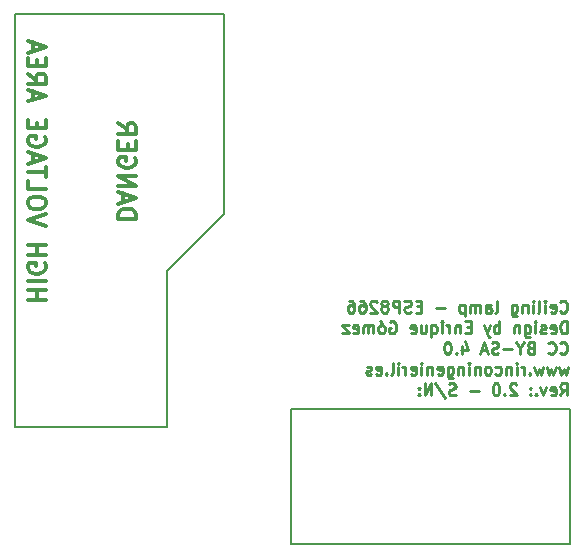
<source format=gbo>
G04 #@! TF.GenerationSoftware,KiCad,Pcbnew,5.0.2-bee76a0~70~ubuntu18.04.1*
G04 #@! TF.CreationDate,2019-08-21T20:27:36+02:00*
G04 #@! TF.ProjectId,Ceiling lamp,4365696c-696e-4672-906c-616d702e6b69,rev?*
G04 #@! TF.SameCoordinates,Original*
G04 #@! TF.FileFunction,Legend,Bot*
G04 #@! TF.FilePolarity,Positive*
%FSLAX46Y46*%
G04 Gerber Fmt 4.6, Leading zero omitted, Abs format (unit mm)*
G04 Created by KiCad (PCBNEW 5.0.2-bee76a0~70~ubuntu18.04.1) date mié 21 ago 2019 20:27:36 CEST*
%MOMM*%
%LPD*%
G01*
G04 APERTURE LIST*
%ADD10C,0.200000*%
%ADD11C,0.300000*%
%ADD12C,0.250000*%
G04 APERTURE END LIST*
D10*
X82677000Y-83185000D02*
X82677000Y-69977000D01*
X116840000Y-93091000D02*
X116840000Y-81661000D01*
X93218000Y-93091000D02*
X116840000Y-93091000D01*
X93218000Y-81661000D02*
X93218000Y-93091000D01*
X116840000Y-81661000D02*
X93218000Y-81661000D01*
X69850000Y-83185000D02*
X69850000Y-48260000D01*
X82677000Y-83185000D02*
X69850000Y-83185000D01*
X87503000Y-65151000D02*
X82677000Y-69977000D01*
X87503000Y-48260000D02*
X87503000Y-65151000D01*
X69850000Y-48260000D02*
X87503000Y-48260000D01*
D11*
X78584428Y-65595000D02*
X80084428Y-65595000D01*
X80084428Y-65237857D01*
X80013000Y-65023571D01*
X79870142Y-64880714D01*
X79727285Y-64809285D01*
X79441571Y-64737857D01*
X79227285Y-64737857D01*
X78941571Y-64809285D01*
X78798714Y-64880714D01*
X78655857Y-65023571D01*
X78584428Y-65237857D01*
X78584428Y-65595000D01*
X79013000Y-64166428D02*
X79013000Y-63452142D01*
X78584428Y-64309285D02*
X80084428Y-63809285D01*
X78584428Y-63309285D01*
X78584428Y-62809285D02*
X80084428Y-62809285D01*
X78584428Y-61952142D01*
X80084428Y-61952142D01*
X80013000Y-60452142D02*
X80084428Y-60595000D01*
X80084428Y-60809285D01*
X80013000Y-61023571D01*
X79870142Y-61166428D01*
X79727285Y-61237857D01*
X79441571Y-61309285D01*
X79227285Y-61309285D01*
X78941571Y-61237857D01*
X78798714Y-61166428D01*
X78655857Y-61023571D01*
X78584428Y-60809285D01*
X78584428Y-60666428D01*
X78655857Y-60452142D01*
X78727285Y-60380714D01*
X79227285Y-60380714D01*
X79227285Y-60666428D01*
X79370142Y-59737857D02*
X79370142Y-59237857D01*
X78584428Y-59023571D02*
X78584428Y-59737857D01*
X80084428Y-59737857D01*
X80084428Y-59023571D01*
X78584428Y-57523571D02*
X79298714Y-58023571D01*
X78584428Y-58380714D02*
X80084428Y-58380714D01*
X80084428Y-57809285D01*
X80013000Y-57666428D01*
X79941571Y-57595000D01*
X79798714Y-57523571D01*
X79584428Y-57523571D01*
X79441571Y-57595000D01*
X79370142Y-57666428D01*
X79298714Y-57809285D01*
X79298714Y-58380714D01*
X70934428Y-72452142D02*
X72434428Y-72452142D01*
X71720142Y-72452142D02*
X71720142Y-71595000D01*
X70934428Y-71595000D02*
X72434428Y-71595000D01*
X70934428Y-70880714D02*
X72434428Y-70880714D01*
X72363000Y-69380714D02*
X72434428Y-69523571D01*
X72434428Y-69737857D01*
X72363000Y-69952142D01*
X72220142Y-70095000D01*
X72077285Y-70166428D01*
X71791571Y-70237857D01*
X71577285Y-70237857D01*
X71291571Y-70166428D01*
X71148714Y-70095000D01*
X71005857Y-69952142D01*
X70934428Y-69737857D01*
X70934428Y-69595000D01*
X71005857Y-69380714D01*
X71077285Y-69309285D01*
X71577285Y-69309285D01*
X71577285Y-69595000D01*
X70934428Y-68666428D02*
X72434428Y-68666428D01*
X71720142Y-68666428D02*
X71720142Y-67809285D01*
X70934428Y-67809285D02*
X72434428Y-67809285D01*
X72434428Y-66166428D02*
X70934428Y-65666428D01*
X72434428Y-65166428D01*
X72434428Y-64380714D02*
X72434428Y-64095000D01*
X72363000Y-63952142D01*
X72220142Y-63809285D01*
X71934428Y-63737857D01*
X71434428Y-63737857D01*
X71148714Y-63809285D01*
X71005857Y-63952142D01*
X70934428Y-64095000D01*
X70934428Y-64380714D01*
X71005857Y-64523571D01*
X71148714Y-64666428D01*
X71434428Y-64737857D01*
X71934428Y-64737857D01*
X72220142Y-64666428D01*
X72363000Y-64523571D01*
X72434428Y-64380714D01*
X70934428Y-62380714D02*
X70934428Y-63095000D01*
X72434428Y-63095000D01*
X72434428Y-62095000D02*
X72434428Y-61237857D01*
X70934428Y-61666428D02*
X72434428Y-61666428D01*
X71363000Y-60809285D02*
X71363000Y-60095000D01*
X70934428Y-60952142D02*
X72434428Y-60452142D01*
X70934428Y-59952142D01*
X72363000Y-58666428D02*
X72434428Y-58809285D01*
X72434428Y-59023571D01*
X72363000Y-59237857D01*
X72220142Y-59380714D01*
X72077285Y-59452142D01*
X71791571Y-59523571D01*
X71577285Y-59523571D01*
X71291571Y-59452142D01*
X71148714Y-59380714D01*
X71005857Y-59237857D01*
X70934428Y-59023571D01*
X70934428Y-58880714D01*
X71005857Y-58666428D01*
X71077285Y-58595000D01*
X71577285Y-58595000D01*
X71577285Y-58880714D01*
X71720142Y-57952142D02*
X71720142Y-57452142D01*
X70934428Y-57237857D02*
X70934428Y-57952142D01*
X72434428Y-57952142D01*
X72434428Y-57237857D01*
X71363000Y-55523571D02*
X71363000Y-54809285D01*
X70934428Y-55666428D02*
X72434428Y-55166428D01*
X70934428Y-54666428D01*
X70934428Y-53309285D02*
X71648714Y-53809285D01*
X70934428Y-54166428D02*
X72434428Y-54166428D01*
X72434428Y-53595000D01*
X72363000Y-53452142D01*
X72291571Y-53380714D01*
X72148714Y-53309285D01*
X71934428Y-53309285D01*
X71791571Y-53380714D01*
X71720142Y-53452142D01*
X71648714Y-53595000D01*
X71648714Y-54166428D01*
X71720142Y-52666428D02*
X71720142Y-52166428D01*
X70934428Y-51952142D02*
X70934428Y-52666428D01*
X72434428Y-52666428D01*
X72434428Y-51952142D01*
X71363000Y-51380714D02*
X71363000Y-50666428D01*
X70934428Y-51523571D02*
X72434428Y-51023571D01*
X70934428Y-50523571D01*
D12*
X115994976Y-73438142D02*
X116042595Y-73485761D01*
X116185452Y-73533380D01*
X116280690Y-73533380D01*
X116423547Y-73485761D01*
X116518785Y-73390523D01*
X116566404Y-73295285D01*
X116614023Y-73104809D01*
X116614023Y-72961952D01*
X116566404Y-72771476D01*
X116518785Y-72676238D01*
X116423547Y-72581000D01*
X116280690Y-72533380D01*
X116185452Y-72533380D01*
X116042595Y-72581000D01*
X115994976Y-72628619D01*
X115185452Y-73485761D02*
X115280690Y-73533380D01*
X115471166Y-73533380D01*
X115566404Y-73485761D01*
X115614023Y-73390523D01*
X115614023Y-73009571D01*
X115566404Y-72914333D01*
X115471166Y-72866714D01*
X115280690Y-72866714D01*
X115185452Y-72914333D01*
X115137833Y-73009571D01*
X115137833Y-73104809D01*
X115614023Y-73200047D01*
X114709261Y-73533380D02*
X114709261Y-72866714D01*
X114709261Y-72533380D02*
X114756880Y-72581000D01*
X114709261Y-72628619D01*
X114661642Y-72581000D01*
X114709261Y-72533380D01*
X114709261Y-72628619D01*
X114090214Y-73533380D02*
X114185452Y-73485761D01*
X114233071Y-73390523D01*
X114233071Y-72533380D01*
X113709261Y-73533380D02*
X113709261Y-72866714D01*
X113709261Y-72533380D02*
X113756880Y-72581000D01*
X113709261Y-72628619D01*
X113661642Y-72581000D01*
X113709261Y-72533380D01*
X113709261Y-72628619D01*
X113233071Y-72866714D02*
X113233071Y-73533380D01*
X113233071Y-72961952D02*
X113185452Y-72914333D01*
X113090214Y-72866714D01*
X112947357Y-72866714D01*
X112852119Y-72914333D01*
X112804500Y-73009571D01*
X112804500Y-73533380D01*
X111899738Y-72866714D02*
X111899738Y-73676238D01*
X111947357Y-73771476D01*
X111994976Y-73819095D01*
X112090214Y-73866714D01*
X112233071Y-73866714D01*
X112328309Y-73819095D01*
X111899738Y-73485761D02*
X111994976Y-73533380D01*
X112185452Y-73533380D01*
X112280690Y-73485761D01*
X112328309Y-73438142D01*
X112375928Y-73342904D01*
X112375928Y-73057190D01*
X112328309Y-72961952D01*
X112280690Y-72914333D01*
X112185452Y-72866714D01*
X111994976Y-72866714D01*
X111899738Y-72914333D01*
X110518785Y-73533380D02*
X110614023Y-73485761D01*
X110661642Y-73390523D01*
X110661642Y-72533380D01*
X109709261Y-73533380D02*
X109709261Y-73009571D01*
X109756880Y-72914333D01*
X109852119Y-72866714D01*
X110042595Y-72866714D01*
X110137833Y-72914333D01*
X109709261Y-73485761D02*
X109804500Y-73533380D01*
X110042595Y-73533380D01*
X110137833Y-73485761D01*
X110185452Y-73390523D01*
X110185452Y-73295285D01*
X110137833Y-73200047D01*
X110042595Y-73152428D01*
X109804500Y-73152428D01*
X109709261Y-73104809D01*
X109233071Y-73533380D02*
X109233071Y-72866714D01*
X109233071Y-72961952D02*
X109185452Y-72914333D01*
X109090214Y-72866714D01*
X108947357Y-72866714D01*
X108852119Y-72914333D01*
X108804500Y-73009571D01*
X108804500Y-73533380D01*
X108804500Y-73009571D02*
X108756880Y-72914333D01*
X108661642Y-72866714D01*
X108518785Y-72866714D01*
X108423547Y-72914333D01*
X108375928Y-73009571D01*
X108375928Y-73533380D01*
X107899738Y-72866714D02*
X107899738Y-73866714D01*
X107899738Y-72914333D02*
X107804500Y-72866714D01*
X107614023Y-72866714D01*
X107518785Y-72914333D01*
X107471166Y-72961952D01*
X107423547Y-73057190D01*
X107423547Y-73342904D01*
X107471166Y-73438142D01*
X107518785Y-73485761D01*
X107614023Y-73533380D01*
X107804500Y-73533380D01*
X107899738Y-73485761D01*
X106233071Y-73152428D02*
X105471166Y-73152428D01*
X104233071Y-73009571D02*
X103899738Y-73009571D01*
X103756880Y-73533380D02*
X104233071Y-73533380D01*
X104233071Y-72533380D01*
X103756880Y-72533380D01*
X103375928Y-73485761D02*
X103233071Y-73533380D01*
X102994976Y-73533380D01*
X102899738Y-73485761D01*
X102852119Y-73438142D01*
X102804500Y-73342904D01*
X102804500Y-73247666D01*
X102852119Y-73152428D01*
X102899738Y-73104809D01*
X102994976Y-73057190D01*
X103185452Y-73009571D01*
X103280690Y-72961952D01*
X103328309Y-72914333D01*
X103375928Y-72819095D01*
X103375928Y-72723857D01*
X103328309Y-72628619D01*
X103280690Y-72581000D01*
X103185452Y-72533380D01*
X102947357Y-72533380D01*
X102804500Y-72581000D01*
X102375928Y-73533380D02*
X102375928Y-72533380D01*
X101994976Y-72533380D01*
X101899738Y-72581000D01*
X101852119Y-72628619D01*
X101804500Y-72723857D01*
X101804500Y-72866714D01*
X101852119Y-72961952D01*
X101899738Y-73009571D01*
X101994976Y-73057190D01*
X102375928Y-73057190D01*
X101233071Y-72961952D02*
X101328309Y-72914333D01*
X101375928Y-72866714D01*
X101423547Y-72771476D01*
X101423547Y-72723857D01*
X101375928Y-72628619D01*
X101328309Y-72581000D01*
X101233071Y-72533380D01*
X101042595Y-72533380D01*
X100947357Y-72581000D01*
X100899738Y-72628619D01*
X100852119Y-72723857D01*
X100852119Y-72771476D01*
X100899738Y-72866714D01*
X100947357Y-72914333D01*
X101042595Y-72961952D01*
X101233071Y-72961952D01*
X101328309Y-73009571D01*
X101375928Y-73057190D01*
X101423547Y-73152428D01*
X101423547Y-73342904D01*
X101375928Y-73438142D01*
X101328309Y-73485761D01*
X101233071Y-73533380D01*
X101042595Y-73533380D01*
X100947357Y-73485761D01*
X100899738Y-73438142D01*
X100852119Y-73342904D01*
X100852119Y-73152428D01*
X100899738Y-73057190D01*
X100947357Y-73009571D01*
X101042595Y-72961952D01*
X100471166Y-72628619D02*
X100423547Y-72581000D01*
X100328309Y-72533380D01*
X100090214Y-72533380D01*
X99994976Y-72581000D01*
X99947357Y-72628619D01*
X99899738Y-72723857D01*
X99899738Y-72819095D01*
X99947357Y-72961952D01*
X100518785Y-73533380D01*
X99899738Y-73533380D01*
X99042595Y-72533380D02*
X99233071Y-72533380D01*
X99328309Y-72581000D01*
X99375928Y-72628619D01*
X99471166Y-72771476D01*
X99518785Y-72961952D01*
X99518785Y-73342904D01*
X99471166Y-73438142D01*
X99423547Y-73485761D01*
X99328309Y-73533380D01*
X99137833Y-73533380D01*
X99042595Y-73485761D01*
X98994976Y-73438142D01*
X98947357Y-73342904D01*
X98947357Y-73104809D01*
X98994976Y-73009571D01*
X99042595Y-72961952D01*
X99137833Y-72914333D01*
X99328309Y-72914333D01*
X99423547Y-72961952D01*
X99471166Y-73009571D01*
X99518785Y-73104809D01*
X98090214Y-72533380D02*
X98280690Y-72533380D01*
X98375928Y-72581000D01*
X98423547Y-72628619D01*
X98518785Y-72771476D01*
X98566404Y-72961952D01*
X98566404Y-73342904D01*
X98518785Y-73438142D01*
X98471166Y-73485761D01*
X98375928Y-73533380D01*
X98185452Y-73533380D01*
X98090214Y-73485761D01*
X98042595Y-73438142D01*
X97994976Y-73342904D01*
X97994976Y-73104809D01*
X98042595Y-73009571D01*
X98090214Y-72961952D01*
X98185452Y-72914333D01*
X98375928Y-72914333D01*
X98471166Y-72961952D01*
X98518785Y-73009571D01*
X98566404Y-73104809D01*
X116566404Y-75283380D02*
X116566404Y-74283380D01*
X116328309Y-74283380D01*
X116185452Y-74331000D01*
X116090214Y-74426238D01*
X116042595Y-74521476D01*
X115994976Y-74711952D01*
X115994976Y-74854809D01*
X116042595Y-75045285D01*
X116090214Y-75140523D01*
X116185452Y-75235761D01*
X116328309Y-75283380D01*
X116566404Y-75283380D01*
X115185452Y-75235761D02*
X115280690Y-75283380D01*
X115471166Y-75283380D01*
X115566404Y-75235761D01*
X115614023Y-75140523D01*
X115614023Y-74759571D01*
X115566404Y-74664333D01*
X115471166Y-74616714D01*
X115280690Y-74616714D01*
X115185452Y-74664333D01*
X115137833Y-74759571D01*
X115137833Y-74854809D01*
X115614023Y-74950047D01*
X114756880Y-75235761D02*
X114661642Y-75283380D01*
X114471166Y-75283380D01*
X114375928Y-75235761D01*
X114328309Y-75140523D01*
X114328309Y-75092904D01*
X114375928Y-74997666D01*
X114471166Y-74950047D01*
X114614023Y-74950047D01*
X114709261Y-74902428D01*
X114756880Y-74807190D01*
X114756880Y-74759571D01*
X114709261Y-74664333D01*
X114614023Y-74616714D01*
X114471166Y-74616714D01*
X114375928Y-74664333D01*
X113899738Y-75283380D02*
X113899738Y-74616714D01*
X113899738Y-74283380D02*
X113947357Y-74331000D01*
X113899738Y-74378619D01*
X113852119Y-74331000D01*
X113899738Y-74283380D01*
X113899738Y-74378619D01*
X112994976Y-74616714D02*
X112994976Y-75426238D01*
X113042595Y-75521476D01*
X113090214Y-75569095D01*
X113185452Y-75616714D01*
X113328309Y-75616714D01*
X113423547Y-75569095D01*
X112994976Y-75235761D02*
X113090214Y-75283380D01*
X113280690Y-75283380D01*
X113375928Y-75235761D01*
X113423547Y-75188142D01*
X113471166Y-75092904D01*
X113471166Y-74807190D01*
X113423547Y-74711952D01*
X113375928Y-74664333D01*
X113280690Y-74616714D01*
X113090214Y-74616714D01*
X112994976Y-74664333D01*
X112518785Y-74616714D02*
X112518785Y-75283380D01*
X112518785Y-74711952D02*
X112471166Y-74664333D01*
X112375928Y-74616714D01*
X112233071Y-74616714D01*
X112137833Y-74664333D01*
X112090214Y-74759571D01*
X112090214Y-75283380D01*
X110852119Y-75283380D02*
X110852119Y-74283380D01*
X110852119Y-74664333D02*
X110756880Y-74616714D01*
X110566404Y-74616714D01*
X110471166Y-74664333D01*
X110423547Y-74711952D01*
X110375928Y-74807190D01*
X110375928Y-75092904D01*
X110423547Y-75188142D01*
X110471166Y-75235761D01*
X110566404Y-75283380D01*
X110756880Y-75283380D01*
X110852119Y-75235761D01*
X110042595Y-74616714D02*
X109804500Y-75283380D01*
X109566404Y-74616714D02*
X109804500Y-75283380D01*
X109899738Y-75521476D01*
X109947357Y-75569095D01*
X110042595Y-75616714D01*
X108423547Y-74759571D02*
X108090214Y-74759571D01*
X107947357Y-75283380D02*
X108423547Y-75283380D01*
X108423547Y-74283380D01*
X107947357Y-74283380D01*
X107518785Y-74616714D02*
X107518785Y-75283380D01*
X107518785Y-74711952D02*
X107471166Y-74664333D01*
X107375928Y-74616714D01*
X107233071Y-74616714D01*
X107137833Y-74664333D01*
X107090214Y-74759571D01*
X107090214Y-75283380D01*
X106614023Y-75283380D02*
X106614023Y-74616714D01*
X106614023Y-74807190D02*
X106566404Y-74711952D01*
X106518785Y-74664333D01*
X106423547Y-74616714D01*
X106328309Y-74616714D01*
X105994976Y-75283380D02*
X105994976Y-74616714D01*
X105994976Y-74283380D02*
X106042595Y-74331000D01*
X105994976Y-74378619D01*
X105947357Y-74331000D01*
X105994976Y-74283380D01*
X105994976Y-74378619D01*
X105090214Y-74616714D02*
X105090214Y-75616714D01*
X105090214Y-75235761D02*
X105185452Y-75283380D01*
X105375928Y-75283380D01*
X105471166Y-75235761D01*
X105518785Y-75188142D01*
X105566404Y-75092904D01*
X105566404Y-74807190D01*
X105518785Y-74711952D01*
X105471166Y-74664333D01*
X105375928Y-74616714D01*
X105185452Y-74616714D01*
X105090214Y-74664333D01*
X104185452Y-74616714D02*
X104185452Y-75283380D01*
X104614023Y-74616714D02*
X104614023Y-75140523D01*
X104566404Y-75235761D01*
X104471166Y-75283380D01*
X104328309Y-75283380D01*
X104233071Y-75235761D01*
X104185452Y-75188142D01*
X103328309Y-75235761D02*
X103423547Y-75283380D01*
X103614023Y-75283380D01*
X103709261Y-75235761D01*
X103756880Y-75140523D01*
X103756880Y-74759571D01*
X103709261Y-74664333D01*
X103614023Y-74616714D01*
X103423547Y-74616714D01*
X103328309Y-74664333D01*
X103280690Y-74759571D01*
X103280690Y-74854809D01*
X103756880Y-74950047D01*
X101566404Y-74331000D02*
X101661642Y-74283380D01*
X101804500Y-74283380D01*
X101947357Y-74331000D01*
X102042595Y-74426238D01*
X102090214Y-74521476D01*
X102137833Y-74711952D01*
X102137833Y-74854809D01*
X102090214Y-75045285D01*
X102042595Y-75140523D01*
X101947357Y-75235761D01*
X101804500Y-75283380D01*
X101709261Y-75283380D01*
X101566404Y-75235761D01*
X101518785Y-75188142D01*
X101518785Y-74854809D01*
X101709261Y-74854809D01*
X100947357Y-75283380D02*
X101042595Y-75235761D01*
X101090214Y-75188142D01*
X101137833Y-75092904D01*
X101137833Y-74807190D01*
X101090214Y-74711952D01*
X101042595Y-74664333D01*
X100947357Y-74616714D01*
X100804500Y-74616714D01*
X100709261Y-74664333D01*
X100661642Y-74711952D01*
X100614023Y-74807190D01*
X100614023Y-75092904D01*
X100661642Y-75188142D01*
X100709261Y-75235761D01*
X100804500Y-75283380D01*
X100947357Y-75283380D01*
X100756880Y-74235761D02*
X100899738Y-74378619D01*
X100185452Y-75283380D02*
X100185452Y-74616714D01*
X100185452Y-74711952D02*
X100137833Y-74664333D01*
X100042595Y-74616714D01*
X99899738Y-74616714D01*
X99804500Y-74664333D01*
X99756880Y-74759571D01*
X99756880Y-75283380D01*
X99756880Y-74759571D02*
X99709261Y-74664333D01*
X99614023Y-74616714D01*
X99471166Y-74616714D01*
X99375928Y-74664333D01*
X99328309Y-74759571D01*
X99328309Y-75283380D01*
X98471166Y-75235761D02*
X98566404Y-75283380D01*
X98756880Y-75283380D01*
X98852119Y-75235761D01*
X98899738Y-75140523D01*
X98899738Y-74759571D01*
X98852119Y-74664333D01*
X98756880Y-74616714D01*
X98566404Y-74616714D01*
X98471166Y-74664333D01*
X98423547Y-74759571D01*
X98423547Y-74854809D01*
X98899738Y-74950047D01*
X98090214Y-74616714D02*
X97566404Y-74616714D01*
X98090214Y-75283380D01*
X97566404Y-75283380D01*
X115994976Y-76938142D02*
X116042595Y-76985761D01*
X116185452Y-77033380D01*
X116280690Y-77033380D01*
X116423547Y-76985761D01*
X116518785Y-76890523D01*
X116566404Y-76795285D01*
X116614023Y-76604809D01*
X116614023Y-76461952D01*
X116566404Y-76271476D01*
X116518785Y-76176238D01*
X116423547Y-76081000D01*
X116280690Y-76033380D01*
X116185452Y-76033380D01*
X116042595Y-76081000D01*
X115994976Y-76128619D01*
X114994976Y-76938142D02*
X115042595Y-76985761D01*
X115185452Y-77033380D01*
X115280690Y-77033380D01*
X115423547Y-76985761D01*
X115518785Y-76890523D01*
X115566404Y-76795285D01*
X115614023Y-76604809D01*
X115614023Y-76461952D01*
X115566404Y-76271476D01*
X115518785Y-76176238D01*
X115423547Y-76081000D01*
X115280690Y-76033380D01*
X115185452Y-76033380D01*
X115042595Y-76081000D01*
X114994976Y-76128619D01*
X113471166Y-76509571D02*
X113328309Y-76557190D01*
X113280690Y-76604809D01*
X113233071Y-76700047D01*
X113233071Y-76842904D01*
X113280690Y-76938142D01*
X113328309Y-76985761D01*
X113423547Y-77033380D01*
X113804500Y-77033380D01*
X113804500Y-76033380D01*
X113471166Y-76033380D01*
X113375928Y-76081000D01*
X113328309Y-76128619D01*
X113280690Y-76223857D01*
X113280690Y-76319095D01*
X113328309Y-76414333D01*
X113375928Y-76461952D01*
X113471166Y-76509571D01*
X113804500Y-76509571D01*
X112614023Y-76557190D02*
X112614023Y-77033380D01*
X112947357Y-76033380D02*
X112614023Y-76557190D01*
X112280690Y-76033380D01*
X111947357Y-76652428D02*
X111185452Y-76652428D01*
X110756880Y-76985761D02*
X110614023Y-77033380D01*
X110375928Y-77033380D01*
X110280690Y-76985761D01*
X110233071Y-76938142D01*
X110185452Y-76842904D01*
X110185452Y-76747666D01*
X110233071Y-76652428D01*
X110280690Y-76604809D01*
X110375928Y-76557190D01*
X110566404Y-76509571D01*
X110661642Y-76461952D01*
X110709261Y-76414333D01*
X110756880Y-76319095D01*
X110756880Y-76223857D01*
X110709261Y-76128619D01*
X110661642Y-76081000D01*
X110566404Y-76033380D01*
X110328309Y-76033380D01*
X110185452Y-76081000D01*
X109804500Y-76747666D02*
X109328309Y-76747666D01*
X109899738Y-77033380D02*
X109566404Y-76033380D01*
X109233071Y-77033380D01*
X107709261Y-76366714D02*
X107709261Y-77033380D01*
X107947357Y-75985761D02*
X108185452Y-76700047D01*
X107566404Y-76700047D01*
X107185452Y-76938142D02*
X107137833Y-76985761D01*
X107185452Y-77033380D01*
X107233071Y-76985761D01*
X107185452Y-76938142D01*
X107185452Y-77033380D01*
X106518785Y-76033380D02*
X106423547Y-76033380D01*
X106328309Y-76081000D01*
X106280690Y-76128619D01*
X106233071Y-76223857D01*
X106185452Y-76414333D01*
X106185452Y-76652428D01*
X106233071Y-76842904D01*
X106280690Y-76938142D01*
X106328309Y-76985761D01*
X106423547Y-77033380D01*
X106518785Y-77033380D01*
X106614023Y-76985761D01*
X106661642Y-76938142D01*
X106709261Y-76842904D01*
X106756880Y-76652428D01*
X106756880Y-76414333D01*
X106709261Y-76223857D01*
X106661642Y-76128619D01*
X106614023Y-76081000D01*
X106518785Y-76033380D01*
X116661642Y-78116714D02*
X116471166Y-78783380D01*
X116280690Y-78307190D01*
X116090214Y-78783380D01*
X115899738Y-78116714D01*
X115614023Y-78116714D02*
X115423547Y-78783380D01*
X115233071Y-78307190D01*
X115042595Y-78783380D01*
X114852119Y-78116714D01*
X114566404Y-78116714D02*
X114375928Y-78783380D01*
X114185452Y-78307190D01*
X113994976Y-78783380D01*
X113804500Y-78116714D01*
X113423547Y-78688142D02*
X113375928Y-78735761D01*
X113423547Y-78783380D01*
X113471166Y-78735761D01*
X113423547Y-78688142D01*
X113423547Y-78783380D01*
X112947357Y-78783380D02*
X112947357Y-78116714D01*
X112947357Y-78307190D02*
X112899738Y-78211952D01*
X112852119Y-78164333D01*
X112756880Y-78116714D01*
X112661642Y-78116714D01*
X112328309Y-78783380D02*
X112328309Y-78116714D01*
X112328309Y-77783380D02*
X112375928Y-77831000D01*
X112328309Y-77878619D01*
X112280690Y-77831000D01*
X112328309Y-77783380D01*
X112328309Y-77878619D01*
X111852119Y-78116714D02*
X111852119Y-78783380D01*
X111852119Y-78211952D02*
X111804500Y-78164333D01*
X111709261Y-78116714D01*
X111566404Y-78116714D01*
X111471166Y-78164333D01*
X111423547Y-78259571D01*
X111423547Y-78783380D01*
X110518785Y-78735761D02*
X110614023Y-78783380D01*
X110804500Y-78783380D01*
X110899738Y-78735761D01*
X110947357Y-78688142D01*
X110994976Y-78592904D01*
X110994976Y-78307190D01*
X110947357Y-78211952D01*
X110899738Y-78164333D01*
X110804500Y-78116714D01*
X110614023Y-78116714D01*
X110518785Y-78164333D01*
X109947357Y-78783380D02*
X110042595Y-78735761D01*
X110090214Y-78688142D01*
X110137833Y-78592904D01*
X110137833Y-78307190D01*
X110090214Y-78211952D01*
X110042595Y-78164333D01*
X109947357Y-78116714D01*
X109804500Y-78116714D01*
X109709261Y-78164333D01*
X109661642Y-78211952D01*
X109614023Y-78307190D01*
X109614023Y-78592904D01*
X109661642Y-78688142D01*
X109709261Y-78735761D01*
X109804500Y-78783380D01*
X109947357Y-78783380D01*
X109185452Y-78116714D02*
X109185452Y-78783380D01*
X109185452Y-78211952D02*
X109137833Y-78164333D01*
X109042595Y-78116714D01*
X108899738Y-78116714D01*
X108804500Y-78164333D01*
X108756880Y-78259571D01*
X108756880Y-78783380D01*
X108280690Y-78783380D02*
X108280690Y-78116714D01*
X108280690Y-77783380D02*
X108328309Y-77831000D01*
X108280690Y-77878619D01*
X108233071Y-77831000D01*
X108280690Y-77783380D01*
X108280690Y-77878619D01*
X107804500Y-78116714D02*
X107804500Y-78783380D01*
X107804500Y-78211952D02*
X107756880Y-78164333D01*
X107661642Y-78116714D01*
X107518785Y-78116714D01*
X107423547Y-78164333D01*
X107375928Y-78259571D01*
X107375928Y-78783380D01*
X106471166Y-78116714D02*
X106471166Y-78926238D01*
X106518785Y-79021476D01*
X106566404Y-79069095D01*
X106661642Y-79116714D01*
X106804500Y-79116714D01*
X106899738Y-79069095D01*
X106471166Y-78735761D02*
X106566404Y-78783380D01*
X106756880Y-78783380D01*
X106852119Y-78735761D01*
X106899738Y-78688142D01*
X106947357Y-78592904D01*
X106947357Y-78307190D01*
X106899738Y-78211952D01*
X106852119Y-78164333D01*
X106756880Y-78116714D01*
X106566404Y-78116714D01*
X106471166Y-78164333D01*
X105614023Y-78735761D02*
X105709261Y-78783380D01*
X105899738Y-78783380D01*
X105994976Y-78735761D01*
X106042595Y-78640523D01*
X106042595Y-78259571D01*
X105994976Y-78164333D01*
X105899738Y-78116714D01*
X105709261Y-78116714D01*
X105614023Y-78164333D01*
X105566404Y-78259571D01*
X105566404Y-78354809D01*
X106042595Y-78450047D01*
X105137833Y-78116714D02*
X105137833Y-78783380D01*
X105137833Y-78211952D02*
X105090214Y-78164333D01*
X104994976Y-78116714D01*
X104852119Y-78116714D01*
X104756880Y-78164333D01*
X104709261Y-78259571D01*
X104709261Y-78783380D01*
X104233071Y-78783380D02*
X104233071Y-78116714D01*
X104233071Y-77783380D02*
X104280690Y-77831000D01*
X104233071Y-77878619D01*
X104185452Y-77831000D01*
X104233071Y-77783380D01*
X104233071Y-77878619D01*
X103375928Y-78735761D02*
X103471166Y-78783380D01*
X103661642Y-78783380D01*
X103756880Y-78735761D01*
X103804500Y-78640523D01*
X103804500Y-78259571D01*
X103756880Y-78164333D01*
X103661642Y-78116714D01*
X103471166Y-78116714D01*
X103375928Y-78164333D01*
X103328309Y-78259571D01*
X103328309Y-78354809D01*
X103804500Y-78450047D01*
X102899738Y-78783380D02*
X102899738Y-78116714D01*
X102899738Y-78307190D02*
X102852119Y-78211952D01*
X102804500Y-78164333D01*
X102709261Y-78116714D01*
X102614023Y-78116714D01*
X102280690Y-78783380D02*
X102280690Y-78116714D01*
X102280690Y-77783380D02*
X102328309Y-77831000D01*
X102280690Y-77878619D01*
X102233071Y-77831000D01*
X102280690Y-77783380D01*
X102280690Y-77878619D01*
X101661642Y-78783380D02*
X101756880Y-78735761D01*
X101804500Y-78640523D01*
X101804500Y-77783380D01*
X101280690Y-78688142D02*
X101233071Y-78735761D01*
X101280690Y-78783380D01*
X101328309Y-78735761D01*
X101280690Y-78688142D01*
X101280690Y-78783380D01*
X100423547Y-78735761D02*
X100518785Y-78783380D01*
X100709261Y-78783380D01*
X100804500Y-78735761D01*
X100852119Y-78640523D01*
X100852119Y-78259571D01*
X100804500Y-78164333D01*
X100709261Y-78116714D01*
X100518785Y-78116714D01*
X100423547Y-78164333D01*
X100375928Y-78259571D01*
X100375928Y-78354809D01*
X100852119Y-78450047D01*
X99994976Y-78735761D02*
X99899738Y-78783380D01*
X99709261Y-78783380D01*
X99614023Y-78735761D01*
X99566404Y-78640523D01*
X99566404Y-78592904D01*
X99614023Y-78497666D01*
X99709261Y-78450047D01*
X99852119Y-78450047D01*
X99947357Y-78402428D01*
X99994976Y-78307190D01*
X99994976Y-78259571D01*
X99947357Y-78164333D01*
X99852119Y-78116714D01*
X99709261Y-78116714D01*
X99614023Y-78164333D01*
X115994976Y-80533380D02*
X116328309Y-80057190D01*
X116566404Y-80533380D02*
X116566404Y-79533380D01*
X116185452Y-79533380D01*
X116090214Y-79581000D01*
X116042595Y-79628619D01*
X115994976Y-79723857D01*
X115994976Y-79866714D01*
X116042595Y-79961952D01*
X116090214Y-80009571D01*
X116185452Y-80057190D01*
X116566404Y-80057190D01*
X115185452Y-80485761D02*
X115280690Y-80533380D01*
X115471166Y-80533380D01*
X115566404Y-80485761D01*
X115614023Y-80390523D01*
X115614023Y-80009571D01*
X115566404Y-79914333D01*
X115471166Y-79866714D01*
X115280690Y-79866714D01*
X115185452Y-79914333D01*
X115137833Y-80009571D01*
X115137833Y-80104809D01*
X115614023Y-80200047D01*
X114804500Y-79866714D02*
X114566404Y-80533380D01*
X114328309Y-79866714D01*
X113947357Y-80438142D02*
X113899738Y-80485761D01*
X113947357Y-80533380D01*
X113994976Y-80485761D01*
X113947357Y-80438142D01*
X113947357Y-80533380D01*
X113471166Y-80438142D02*
X113423547Y-80485761D01*
X113471166Y-80533380D01*
X113518785Y-80485761D01*
X113471166Y-80438142D01*
X113471166Y-80533380D01*
X113471166Y-79914333D02*
X113423547Y-79961952D01*
X113471166Y-80009571D01*
X113518785Y-79961952D01*
X113471166Y-79914333D01*
X113471166Y-80009571D01*
X112280690Y-79628619D02*
X112233071Y-79581000D01*
X112137833Y-79533380D01*
X111899738Y-79533380D01*
X111804500Y-79581000D01*
X111756880Y-79628619D01*
X111709261Y-79723857D01*
X111709261Y-79819095D01*
X111756880Y-79961952D01*
X112328309Y-80533380D01*
X111709261Y-80533380D01*
X111280690Y-80438142D02*
X111233071Y-80485761D01*
X111280690Y-80533380D01*
X111328309Y-80485761D01*
X111280690Y-80438142D01*
X111280690Y-80533380D01*
X110614023Y-79533380D02*
X110518785Y-79533380D01*
X110423547Y-79581000D01*
X110375928Y-79628619D01*
X110328309Y-79723857D01*
X110280690Y-79914333D01*
X110280690Y-80152428D01*
X110328309Y-80342904D01*
X110375928Y-80438142D01*
X110423547Y-80485761D01*
X110518785Y-80533380D01*
X110614023Y-80533380D01*
X110709261Y-80485761D01*
X110756880Y-80438142D01*
X110804500Y-80342904D01*
X110852119Y-80152428D01*
X110852119Y-79914333D01*
X110804500Y-79723857D01*
X110756880Y-79628619D01*
X110709261Y-79581000D01*
X110614023Y-79533380D01*
X109090214Y-80152428D02*
X108328309Y-80152428D01*
X107137833Y-80485761D02*
X106994976Y-80533380D01*
X106756880Y-80533380D01*
X106661642Y-80485761D01*
X106614023Y-80438142D01*
X106566404Y-80342904D01*
X106566404Y-80247666D01*
X106614023Y-80152428D01*
X106661642Y-80104809D01*
X106756880Y-80057190D01*
X106947357Y-80009571D01*
X107042595Y-79961952D01*
X107090214Y-79914333D01*
X107137833Y-79819095D01*
X107137833Y-79723857D01*
X107090214Y-79628619D01*
X107042595Y-79581000D01*
X106947357Y-79533380D01*
X106709261Y-79533380D01*
X106566404Y-79581000D01*
X105423547Y-79485761D02*
X106280690Y-80771476D01*
X105090214Y-80533380D02*
X105090214Y-79533380D01*
X104518785Y-80533380D01*
X104518785Y-79533380D01*
X104042595Y-80438142D02*
X103994976Y-80485761D01*
X104042595Y-80533380D01*
X104090214Y-80485761D01*
X104042595Y-80438142D01*
X104042595Y-80533380D01*
X104042595Y-79914333D02*
X103994976Y-79961952D01*
X104042595Y-80009571D01*
X104090214Y-79961952D01*
X104042595Y-79914333D01*
X104042595Y-80009571D01*
M02*

</source>
